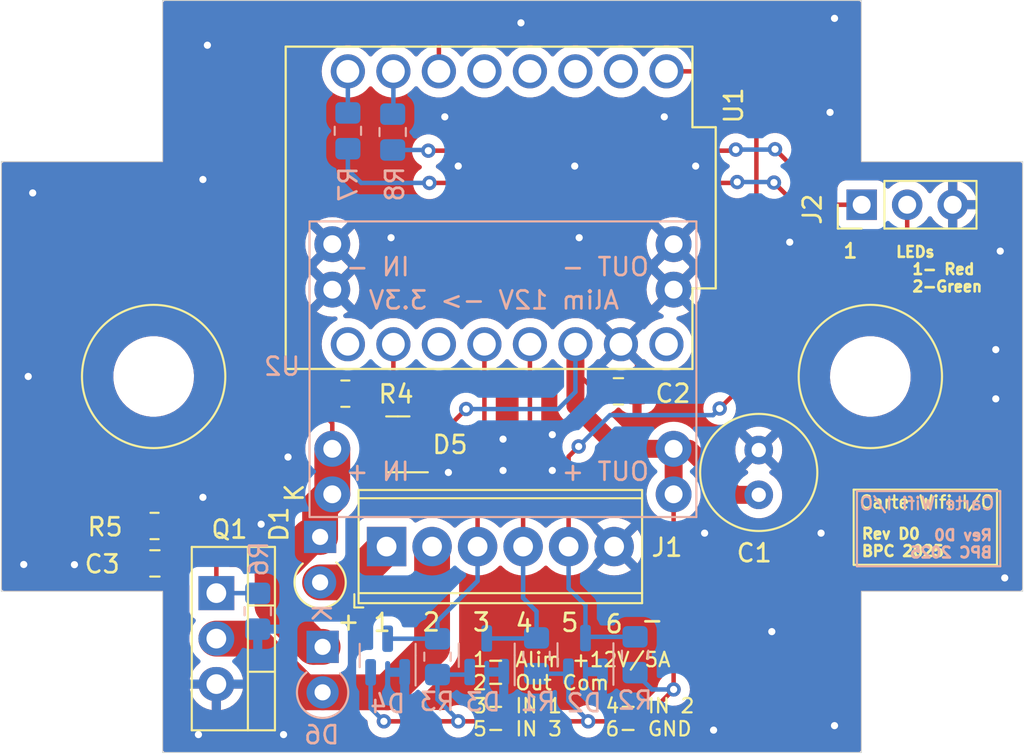
<source format=kicad_pcb>
(kicad_pcb (version 20221018) (generator pcbnew)
  (title_block (title "Carte Wifi I/O") (date "2025-04-16") (rev "Rev D0") (company "BPC") (comment 2 "ESP32 C3 super mini") (comment 3 "Alim 12V (mesurée) - 2 LEDs") (comment 4 "1 sortie 12V collecteur ouvert - 3 entrées TOR"))
  (layers (0 "F.Cu" signal) (31 "B.Cu" signal) (34 "B.Paste" user) (35 "F.Paste" user) (36 "B.SilkS" user "B.Silkscreen") (37 "F.SilkS" user "F.Silkscreen") (38 "B.Mask" user) (39 "F.Mask" user) (44 "Edge.Cuts" user))
  (net 0 "")
  (net 1 "IN_1")
  (net 2 "Net-(Q1-G)")
  (net 3 "+12V")
  (net 4 "IN_2")
  (net 5 "CMD_OUT_12V")
  (net 6 "Net-(D1-A)")
  (net 7 "Net-(J2-Pin_2)")
  (net 8 "Net-(J2-Pin_1)")
  (net 9 "GND")
  (net 10 "IN_3")
  (net 11 "POW_MES")
  (net 12 "LED_ROUGE")
  (net 13 "LED_VERTE")
  (net 14 "OUT_12V_COM")
  (net 16 "+3V3")
  (footprint "TerminalBlock_Phoenix:TerminalBlock_Phoenix_MPT-0,5-6-2.54_1x06_P2.54mm_Horizontal" (layer "F.Cu") (at 143.5 119)
    (fp_text reference "J1" (at 15.65 0.05) (layer "F.SilkS"))
    (fp_text value "Connecteur")
    (fp_line (start -1.8 2.66) (end -1.8 3.4) (stroke (width 0.12)) (layer "F.SilkS"))
    (fp_line (start -1.8 3.4) (end -1.3 3.4) (stroke (width 0.12)) (layer "F.SilkS"))
    (fp_line (start -1.56 -3.16) (end -1.56 3.16) (stroke (width 0.12)) (layer "F.SilkS"))
    (fp_line (start -1.56 -3.16) (end 14.26 -3.16) (stroke (width 0.12)) (layer "F.SilkS"))
    (fp_line (start -1.56 -2.7) (end 14.26 -2.7) (stroke (width 0.12)) (layer "F.SilkS"))
    (fp_line (start -1.56 2.6) (end 14.26 2.6) (stroke (width 0.12)) (layer "F.SilkS"))
    (fp_line (start -1.56 3.16) (end 14.26 3.16) (stroke (width 0.12)) (layer "F.SilkS"))
    (fp_line (start 14.26 -3.16) (end 14.26 3.16) (stroke (width 0.12)) (layer "F.SilkS"))
    (pad "1" thru_hole rect (at 0 0) (size 2.2 2.2) (drill 1.1) (layers "*.Cu" "*.Mask") (net 6 "Net-(D1-A)"))
    (pad "2" thru_hole circle (at 2.54 0) (size 2.2 2.2) (drill 1.1) (layers "*.Cu" "*.Mask") (net 14 "OUT_12V_COM"))
    (pad "3" thru_hole circle (at 5.08 0) (size 2.2 2.2) (drill 1.1) (layers "*.Cu" "*.Mask") (net 1 "IN_1"))
    (pad "4" thru_hole circle (at 7.62 0) (size 2.2 2.2) (drill 1.1) (layers "*.Cu" "*.Mask") (net 4 "IN_2"))
    (pad "5" thru_hole circle (at 10.16 0) (size 2.2 2.2) (drill 1.1) (layers "*.Cu" "*.Mask") (net 10 "IN_3"))
    (pad "6" thru_hole circle (at 12.7 0) (size 2.2 2.2) (drill 1.1) (layers "*.Cu" "*.Mask") (net 9 "GND"))
  )
  (footprint "Resistor_SMD:R_0805_2012Metric_Pad1.20x1.40mm_HandSolder" (layer "F.Cu") (at 141.2 110.46 180)
    (fp_text reference "R4" (at -2.83 -0.03) (layer "F.SilkS"))
    (fp_text value "1,2M")
    (fp_line (start -0.227064 -0.735) (end 0.227064 -0.735) (stroke (width 0.12)) (layer "F.SilkS"))
    (fp_line (start -0.227064 0.735) (end 0.227064 0.735) (stroke (width 0.12)) (layer "F.SilkS"))
    (pad "1" smd roundrect (at -1 0 180) (size 1.2 1.4) (layers "F.Cu" "F.Paste" "F.Mask") (roundrect_rratio 0.208333) (net 11 "POW_MES"))
    (pad "2" smd roundrect (at 1 0 180) (size 1.2 1.4) (layers "F.Cu" "F.Paste" "F.Mask") (roundrect_rratio 0.208333) (net 3 "+12V"))
  )
  (footprint "Capacitor_SMD:C_0805_2012Metric_Pad1.18x1.45mm_HandSolder" (layer "F.Cu") (at 156.44 110.33)
    (fp_text reference "C2" (at 3.04 0.12) (layer "F.SilkS"))
    (fp_text value "100n")
    (fp_line (start -0.261252 -0.735) (end 0.261252 -0.735) (stroke (width 0.12)) (layer "F.SilkS"))
    (fp_line (start -0.261252 0.735) (end 0.261252 0.735) (stroke (width 0.12)) (layer "F.SilkS"))
    (pad "1" smd roundrect (at -1.0375 0) (size 1.175 1.45) (layers "F.Cu" "F.Paste" "F.Mask") (roundrect_rratio 0.212766) (net 16 "+3V3"))
    (pad "2" smd roundrect (at 1.0375 0) (size 1.175 1.45) (layers "F.Cu" "F.Paste" "F.Mask") (roundrect_rratio 0.212766) (net 9 "GND"))
  )
  (footprint "Capacitor_THT:C_Radial_D6.3mm_H7.0mm_P2.50mm" (layer "F.Cu") (at 164.27 116.11 90)
    (fp_text reference "C1" (at -3.25 -0.25) (layer "F.SilkS"))
    (fp_text value "20µF")
    (fp_circle (center 1.25 0) (end 4.52 0) (stroke (width 0.12)) (fill none) (layer "F.SilkS"))
    (pad "1" thru_hole circle (at 0 0 90) (size 1.6 1.6) (drill 0.8) (layers "*.Cu" "*.Mask") (net 16 "+3V3"))
    (pad "2" thru_hole circle (at 2.5 0 90) (size 1.6 1.6) (drill 0.8) (layers "*.Cu" "*.Mask") (net 9 "GND"))
  )
  (footprint "Package_TO_SOT_THT:TO-220-3_Vertical" (layer "F.Cu") (at 134 121.6 -90)
    (fp_text reference "Q1" (at -3.56 -0.73) (layer "F.SilkS"))
    (fp_text value "BPC_IPP034N03L")
    (fp_line (start -2.58 -3.27) (end -2.58 1.371) (stroke (width 0.12)) (layer "F.SilkS"))
    (fp_line (start -2.58 -3.27) (end 7.66 -3.27) (stroke (width 0.12)) (layer "F.SilkS"))
    (fp_line (start -2.58 -1.76) (end 7.66 -1.76) (stroke (width 0.12)) (layer "F.SilkS"))
    (fp_line (start -2.58 1.371) (end 7.66 1.371) (stroke (width 0.12)) (layer "F.SilkS"))
    (fp_line (start 0.69 -3.27) (end 0.69 -1.76) (stroke (width 0.12)) (layer "F.SilkS"))
    (fp_line (start 4.391 -3.27) (end 4.391 -1.76) (stroke (width 0.12)) (layer "F.SilkS"))
    (fp_line (start 7.66 -3.27) (end 7.66 1.371) (stroke (width 0.12)) (layer "F.SilkS"))
    (pad "1" thru_hole rect (at 0 0 270) (size 1.905 2) (drill 1.1) (layers "*.Cu" "*.Mask") (net 2 "Net-(Q1-G)"))
    (pad "2" thru_hole oval (at 2.54 0 270) (size 1.905 2) (drill 1.1) (layers "*.Cu" "*.Mask") (net 14 "OUT_12V_COM"))
    (pad "3" thru_hole oval (at 5.08 0 270) (size 1.905 2) (drill 1.1) (layers "*.Cu" "*.Mask") (net 9 "GND"))
  )
  (footprint "Connector_PinHeader_2.54mm:PinHeader_1x03_P2.54mm_Vertical" (layer "F.Cu") (at 170.015 99.91 90)
    (fp_text reference "J2" (at -0.25 -2.75 90) (layer "F.SilkS"))
    (fp_text value "LEDs")
    (fp_line (start -1.33 -1.33) (end 0 -1.33) (stroke (width 0.12)) (layer "F.SilkS"))
    (fp_line (start -1.33 0) (end -1.33 -1.33) (stroke (width 0.12)) (layer "F.SilkS"))
    (fp_line (start -1.33 1.27) (end -1.33 6.41) (stroke (width 0.12)) (layer "F.SilkS"))
    (fp_line (start -1.33 1.27) (end 1.33 1.27) (stroke (width 0.12)) (layer "F.SilkS"))
    (fp_line (start -1.33 6.41) (end 1.33 6.41) (stroke (width 0.12)) (layer "F.SilkS"))
    (fp_line (start 1.33 1.27) (end 1.33 6.41) (stroke (width 0.12)) (layer "F.SilkS"))
    (pad "1" thru_hole rect (at 0 0 90) (size 1.7 1.7) (drill 1) (layers "*.Cu" "*.Mask") (net 8 "Net-(J2-Pin_1)"))
    (pad "2" thru_hole oval (at 0 2.54 90) (size 1.7 1.7) (drill 1) (layers "*.Cu" "*.Mask") (net 7 "Net-(J2-Pin_2)"))
    (pad "3" thru_hole oval (at 0 5.08 90) (size 1.7 1.7) (drill 1) (layers "*.Cu" "*.Mask") (net 9 "GND"))
  )
  (footprint "bpc:BPC_ESP32-C3_SUPERMINI" (layer "F.Cu") (at 149.22 100.08 -90)
    (fp_text reference "U1" (at -5.715 -13.6525 90) (layer "F.SilkS"))
    (fp_text value "ESP32-C3_SUPERMINI_TH")
    (fp_line (start -9 11.35) (end -9 -11.35) (stroke (width 0.127)) (layer "F.SilkS"))
    (fp_line (start -4.5 -12.65) (end -4.5 -11.35) (stroke (width 0.127)) (layer "F.SilkS"))
    (fp_line (start -4.5 -11.35) (end -9 -11.35) (stroke (width 0.127)) (layer "F.SilkS"))
    (fp_line (start 4.5 -12.65) (end -4.5 -12.65) (stroke (width 0.127)) (layer "F.SilkS"))
    (fp_line (start 4.5 -12.65) (end 4.5 -11.35) (stroke (width 0.127)) (layer "F.SilkS"))
    (fp_line (start 9 -11.35) (end 4.5 -11.35) (stroke (width 0.127)) (layer "F.SilkS"))
    (fp_line (start 9 11.35) (end -9 11.35) (stroke (width 0.127)) (layer "F.SilkS"))
    (fp_line (start 9 11.35) (end 9 -11.35) (stroke (width 0.127)) (layer "F.SilkS"))
    (pad "0" thru_hole circle (at 7.62 7.88 270) (size 1.905 1.905) (drill 1.27) (layers "*.Cu" "*.Mask"))
    (pad "1" thru_hole circle (at 7.62 5.34 270) (size 1.905 1.905) (drill 1.27) (layers "*.Cu" "*.Mask") (net 11 "POW_MES"))
    (pad "2" thru_hole circle (at 7.62 2.8 270) (size 1.905 1.905) (drill 1.27) (layers "*.Cu" "*.Mask"))
    (pad "3" thru_hole circle (at 7.62 0.26 270) (size 1.905 1.905) (drill 1.27) (layers "*.Cu" "*.Mask") (net 1 "IN_1"))
    (pad "3.3" thru_hole circle (at 7.62 -4.82 270) (size 1.905 1.905) (drill 1.27) (layers "*.Cu" "*.Mask") (net 16 "+3V3"))
    (pad "4" thru_hole circle (at 7.62 -2.28 270) (size 1.905 1.905) (drill 1.27) (layers "*.Cu" "*.Mask") (net 4 "IN_2"))
    (pad "5" thru_hole circle (at -7.62 -9.9 270) (size 1.905 1.905) (drill 1.27) (layers "*.Cu" "*.Mask") (net 10 "IN_3"))
    (pad "5V" thru_hole circle (at 7.62 -9.9 270) (size 1.905 1.905) (drill 1.27) (layers "*.Cu" "*.Mask"))
    (pad "6" thru_hole circle (at -7.62 -7.36 270) (size 1.905 1.905) (drill 1.27) (layers "*.Cu" "*.Mask"))
    (pad "7" thru_hole circle (at -7.62 -4.82 270) (size 1.905 1.905) (drill 1.27) (layers "*.Cu" "*.Mask"))
    (pad "8" thru_hole circle (at -7.62 -2.28 270) (size 1.905 1.905) (drill 1.27) (layers "*.Cu" "*.Mask"))
    (pad "9" thru_hole circle (at -7.62 0.26 270) (size 1.905 1.905) (drill 1.27) (layers "*.Cu" "*.Mask"))
    (pad "10" thru_hole circle (at -7.62 2.8 270) (size 1.905 1.905) (drill 1.27) (layers "*.Cu" "*.Mask") (net 5 "CMD_OUT_12V"))
    (pad "20" thru_hole circle (at -7.62 5.34 270) (size 1.905 1.905) (drill 1.27) (layers "*.Cu" "*.Mask") (net 12 "LED_ROUGE"))
    (pad "21" thru_hole circle (at -7.62 7.88 270) (size 1.905 1.905) (drill 1.27) (layers "*.Cu" "*.Mask") (net 13 "LED_VERTE"))
    (pad "G" thru_hole circle (at 7.62 -7.36 270) (size 1.905 1.905) (drill 1.27) (layers "*.Cu" "*.Mask") (net 9 "GND"))
  )
  (footprint "bpc:BPC_Trou4mm_Fixation" (layer "F.Cu") (at 170.5 109.5)
    (fp_text reference "X1" hide)
    (fp_text value "Trou")
    (fp_circle (center 0 0) (end 4 0) (stroke (width 0.12)) (fill none) (layer "F.SilkS"))
    (pad "" np_thru_hole circle locked (at 0 0) (size 4 4) (drill 4) (layers "*.Cu" "*.Mask"))
  )
  (footprint "Capacitor_SMD:C_0805_2012Metric_Pad1.18x1.45mm_HandSolder" (layer "F.Cu") (at 130.57 119.94 180)
    (fp_text reference "C3" (at 2.94 -0.04) (layer "F.SilkS"))
    (fp_text value "100n")
    (fp_line (start -0.261252 -0.735) (end 0.261252 -0.735) (stroke (width 0.12)) (layer "F.SilkS"))
    (fp_line (start -0.261252 0.735) (end 0.261252 0.735) (stroke (width 0.12)) (layer "F.SilkS"))
    (pad "1" smd roundrect (at -1.0375 0 180) (size 1.175 1.45) (layers "F.Cu" "F.Paste" "F.Mask") (roundrect_rratio 0.212766) (net 2 "Net-(Q1-G)"))
    (pad "2" smd roundrect (at 1.0375 0 180) (size 1.175 1.45) (layers "F.Cu" "F.Paste" "F.Mask") (roundrect_rratio 0.212766) (net 9 "GND"))
  )
  (footprint "Resistor_SMD:R_0805_2012Metric_Pad1.20x1.40mm_HandSolder" (layer "F.Cu") (at 130.55 117.85 180)
    (fp_text reference "R5" (at 2.76 -0.06) (layer "F.SilkS"))
    (fp_text value "50")
    (fp_line (start -0.227064 -0.735) (end 0.227064 -0.735) (stroke (width 0.12)) (layer "F.SilkS"))
    (fp_line (start -0.227064 0.735) (end 0.227064 0.735) (stroke (width 0.12)) (layer "F.SilkS"))
    (pad "1" smd roundrect (at -1 0 180) (size 1.2 1.4) (layers "F.Cu" "F.Paste" "F.Mask") (roundrect_rratio 0.208333) (net 2 "Net-(Q1-G)"))
    (pad "2" smd roundrect (at 1 0 180) (size 1.2 1.4) (layers "F.Cu" "F.Paste" "F.Mask") (roundrect_rratio 0.208333) (net 5 "CMD_OUT_12V"))
  )
  (footprint "bpc:BPC_Trou4mm_Fixation" (layer "F.Cu") (at 130.5 109.5)
    (fp_text reference "X2" hide)
    (fp_text value "Trou")
    (fp_circle (center 0 0) (end 4 0) (stroke (width 0.12)) (fill none) (layer "F.SilkS"))
    (pad "" np_thru_hole circle locked (at 0 0) (size 4 4) (drill 4) (layers "*.Cu" "*.Mask"))
  )
  (footprint "Package_TO_SOT_SMD:SOT-23" (layer "F.Cu") (at 144.1275 113.29 180)
    (fp_text reference "D5" (at -2.9125 -0.02) (layer "F.SilkS"))
    (fp_text value "BAV99")
    (fp_line (start 0 -1.56) (end -1.675 -1.56) (stroke (width 0.12)) (layer "F.SilkS"))
    (fp_line (start 0 -1.56) (end 0.65 -1.56) (stroke (width 0.12)) (layer "F.SilkS"))
    (fp_line (start 0 1.56) (end -0.65 1.56) (stroke (width 0.12)) (layer "F.SilkS"))
    (fp_line (start 0 1.56) (end 0.65 1.56) (stroke (width 0.12)) (layer "F.SilkS"))
    (pad "1" smd roundrect (at -0.9375 -0.95 180) (size 1.475 0.6) (layers "F.Cu" "F.Paste" "F.Mask") (net 9 "GND"))
    (pad "2" smd roundrect (at -0.9375 0.95 180) (size 1.475 0.6) (layers "F.Cu" "F.Paste" "F.Mask") (net 16 "+3V3"))
    (pad "3" smd roundrect (at 0.9375 0 180) (size 1.475 0.6) (layers "F.Cu" "F.Paste" "F.Mask") (net 11 "POW_MES"))
  )
  (footprint "Diode_THT:D_A-405_P2.54mm_Vertical_KathodeUp" (layer "F.Cu") (at 139.79 118.46 -90)
    (fp_text reference "D1" (at -0.71 2.29 90) (layer "F.SilkS"))
    (fp_text value "D")
    (fp_text user "K" (at -2.46 1.43 90) (layer "F.SilkS"))
    (fp_arc (start 1.426761 -0.9) (mid 3.970816 -0.045469) (end 1.48615 0.968866) (stroke (width 0.12)) (layer "F.SilkS"))
    (pad "1" thru_hole rect (at 0 0 270) (size 1.8 1.8) (drill 0.9) (layers "*.Cu" "*.Mask") (net 3 "+12V"))
    (pad "2" thru_hole oval (at 2.54 0 270) (size 1.8 1.8) (drill 0.9) (layers "*.Cu" "*.Mask") (net 6 "Net-(D1-A)"))
  )
  (footprint "Resistor_SMD:R_0805_2012Metric_Pad1.20x1.40mm_HandSolder" (layer "B.Cu") (at 157.37 125.04 -90)
    (fp_text reference "R2" (at 2.55 0.01) (layer "B.SilkS") (effects (justify mirror)))
    (fp_text value "100k")
    (fp_line (start -0.227064 -0.735) (end 0.227064 -0.735) (stroke (width 0.12)) (layer "B.SilkS"))
    (fp_line (start -0.227064 0.735) (end 0.227064 0.735) (stroke (width 0.12)) (layer "B.SilkS"))
    (pad "1" smd roundrect (at -1 0 270) (size 1.2 1.4) (layers "B.Cu" "B.Paste" "B.Mask") (roundrect_rratio 0.208333) (net 10 "IN_3"))
    (pad "2" smd roundrect (at 1 0 270) (size 1.2 1.4) (layers "B.Cu" "B.Paste" "B.Mask") (roundrect_rratio 0.208333) (net 16 "+3V3"))
  )
  (footprint "Package_TO_SOT_SMD:SOT-23" (layer "B.Cu") (at 143.56 125.0825 90)
    (fp_text reference "D4" (at -2.6975 0 -360) (layer "B.SilkS") (effects (justify mirror)))
    (fp_text value "BAV99")
    (fp_line (start 0 -1.56) (end -0.65 -1.56) (stroke (width 0.12)) (layer "B.SilkS"))
    (fp_line (start 0 -1.56) (end 0.65 -1.56) (stroke (width 0.12)) (layer "B.SilkS"))
    (fp_line (start 0 1.56) (end -1.675 1.56) (stroke (width 0.12)) (layer "B.SilkS"))
    (fp_line (start 0 1.56) (end 0.65 1.56) (stroke (width 0.12)) (layer "B.SilkS"))
    (pad "1" smd roundrect (at -0.9375 0.95 90) (size 1.475 0.6) (layers "B.Cu" "B.Paste" "B.Mask") (net 9 "GND"))
    (pad "2" smd roundrect (at -0.9375 -0.95 90) (size 1.475 0.6) (layers "B.Cu" "B.Paste" "B.Mask") (net 16 "+3V3"))
    (pad "3" smd roundrect (at 0.9375 0 90) (size 1.475 0.6) (layers "B.Cu" "B.Paste" "B.Mask") (net 1 "IN_1"))
  )
  (footprint "Resistor_SMD:R_0805_2012Metric_Pad1.20x1.40mm_HandSolder" (layer "B.Cu") (at 141.34 95.78 90)
    (fp_text reference "R7" (at -2.98 0.02 90) (layer "B.SilkS") (effects (justify mirror)))
    (fp_text value "100")
    (fp_line (start -0.227064 -0.735) (end 0.227064 -0.735) (stroke (width 0.12)) (layer "B.SilkS"))
    (fp_line (start -0.227064 0.735) (end 0.227064 0.735) (stroke (width 0.12)) (layer "B.SilkS"))
    (pad "1" smd roundrect (at -1 0 90) (size 1.2 1.4) (layers "B.Cu" "B.Paste" "B.Mask") (roundrect_rratio 0.208333) (net 7 "Net-(J2-Pin_2)"))
    (pad "2" smd roundrect (at 1 0 90) (size 1.2 1.4) (layers "B.Cu" "B.Paste" "B.Mask") (roundrect_rratio 0.208333) (net 13 "LED_VERTE"))
  )
  (footprint "Resistor_SMD:R_0805_2012Metric_Pad1.20x1.40mm_HandSolder" (layer "B.Cu") (at 151.87 125.1 -90)
    (fp_text reference "R1" (at 2.565 -0.08) (layer "B.SilkS") (effects (justify mirror)))
    (fp_text value "100k")
    (fp_line (start -0.227064 -0.735) (end 0.227064 -0.735) (stroke (width 0.12)) (layer "B.SilkS"))
    (fp_line (start -0.227064 0.735) (end 0.227064 0.735) (stroke (width 0.12)) (layer "B.SilkS"))
    (pad "1" smd roundrect (at -1 0 270) (size 1.2 1.4) (layers "B.Cu" "B.Paste" "B.Mask") (roundrect_rratio 0.208333) (net 4 "IN_2"))
    (pad "2" smd roundrect (at 1 0 270) (size 1.2 1.4) (layers "B.Cu" "B.Paste" "B.Mask") (roundrect_rratio 0.208333) (net 16 "+3V3"))
  )
  (footprint "Resistor_SMD:R_0805_2012Metric_Pad1.20x1.40mm_HandSolder" (layer "B.Cu") (at 146.34 125.15 90)
    (fp_text reference "R3" (at -2.51 -0.02) (layer "B.SilkS") (effects (justify mirror)))
    (fp_text value "100k")
    (fp_line (start -0.227064 -0.735) (end 0.227064 -0.735) (stroke (width 0.12)) (layer "B.SilkS"))
    (fp_line (start -0.227064 0.735) (end 0.227064 0.735) (stroke (width 0.12)) (layer "B.SilkS"))
    (pad "1" smd roundrect (at -1 0 90) (size 1.2 1.4) (layers "B.Cu" "B.Paste" "B.Mask") (roundrect_rratio 0.208333) (net 16 "+3V3"))
    (pad "2" smd roundrect (at 1 0 90) (size 1.2 1.4) (layers "B.Cu" "B.Paste" "B.Mask") (roundrect_rratio 0.208333) (net 1 "IN_1"))
  )
  (footprint "Package_TO_SOT_SMD:SOT-23" (layer "B.Cu") (at 149.09 125.0675 90)
    (fp_text reference "D3" (at -2.6175 -0.21) (layer "B.SilkS") (effects (justify mirror)))
    (fp_text value "BAV99")
    (fp_line (start 0 -1.56) (end -0.65 -1.56) (stroke (width 0.12)) (layer "B.SilkS"))
    (fp_line (start 0 -1.56) (end 0.65 -1.56) (stroke (width 0.12)) (layer "B.SilkS"))
    (fp_line (start 0 1.56) (end -1.675 1.56) (stroke (width 0.12)) (layer "B.SilkS"))
    (fp_line (start 0 1.56) (end 0.65 1.56) (stroke (width 0.12)) (layer "B.SilkS"))
    (pad "1" smd roundrect (at -0.9375 0.95 90) (size 1.475 0.6) (layers "B.Cu" "B.Paste" "B.Mask") (net 9 "GND"))
    (pad "2" smd roundrect (at -0.9375 -0.95 90) (size 1.475 0.6) (layers "B.Cu" "B.Paste" "B.Mask") (net 16 "+3V3"))
    (pad "3" smd roundrect (at 0.9375 0 90) (size 1.475 0.6) (layers "B.Cu" "B.Paste" "B.Mask") (net 4 "IN_2"))
  )
  (footprint "Diode_THT:D_A-405_P2.54mm_Vertical_KathodeUp" (layer "B.Cu") (at 139.93 124.6 -90)
    (fp_text reference "D6" (at 4.92 0.05 -180) (layer "B.SilkS") (effects (justify mirror)))
    (fp_text value "D")
    (fp_text user "K" (at -1.9 0 90) (layer "B.SilkS") (effects (justify mirror)))
    (fp_arc (start 1.48615 -0.968866) (mid 3.970816 0.045469) (end 1.426761 0.9) (stroke (width 0.12)) (layer "B.SilkS"))
    (pad "1" thru_hole rect (at 0 0 270) (size 1.8 1.8) (drill 0.9) (layers "*.Cu" "*.Mask") (net 3 "+12V"))
    (pad "2" thru_hole oval (at 2.54 0 270) (size 1.8 1.8) (drill 0.9) (layers "*.Cu" "*.Mask") (net 14 "OUT_12V_COM"))
  )
  (footprint "Package_TO_SOT_SMD:SOT-23" (layer "B.Cu") (at 154.6 125.0475 90)
    (fp_text reference "D2" (at -2.6875 -0.08) (layer "B.SilkS") (effects (justify mirror)))
    (fp_text value "BAV99")
    (fp_line (start 0 -1.56) (end -0.65 -1.56) (stroke (width 0.12)) (layer "B.SilkS"))
    (fp_line (start 0 -1.56) (end 0.65 -1.56) (stroke (width 0.12)) (layer "B.SilkS"))
    (fp_line (start 0 1.56) (end -1.675 1.56) (stroke (width 0.12)) (layer "B.SilkS"))
    (fp_line (start 0 1.56) (end 0.65 1.56) (stroke (width 0.12)) (layer "B.SilkS"))
    (pad "1" smd roundrect (at -0.9375 0.95 90) (size 1.475 0.6) (layers "B.Cu" "B.Paste" "B.Mask") (net 9 "GND"))
    (pad "2" smd roundrect (at -0.9375 -0.95 90) (size 1.475 0.6) (layers "B.Cu" "B.Paste" "B.Mask") (net 16 "+3V3"))
    (pad "3" smd roundrect (at 0.9375 0 90) (size 1.475 0.6) (layers "B.Cu" "B.Paste" "B.Mask") (net 10 "IN_3"))
  )
  (footprint "Resistor_SMD:R_0805_2012Metric_Pad1.20x1.40mm_HandSolder" (layer "B.Cu") (at 143.84 95.85 90)
    (fp_text reference "R8" (at -2.9 0.12 270) (layer "B.SilkS") (effects (justify mirror)))
    (fp_text value "100")
    (fp_line (start -0.227064 -0.735) (end 0.227064 -0.735) (stroke (width 0.12)) (layer "B.SilkS"))
    (fp_line (start -0.227064 0.735) (end 0.227064 0.735) (stroke (width 0.12)) (layer "B.SilkS"))
    (pad "1" smd roundrect (at -1 0 90) (size 1.2 1.4) (layers "B.Cu" "B.Paste" "B.Mask") (roundrect_rratio 0.208333) (net 8 "Net-(J2-Pin_1)"))
    (pad "2" smd roundrect (at 1 0 90) (size 1.2 1.4) (layers "B.Cu" "B.Paste" "B.Mask") (roundrect_rratio 0.208333) (net 12 "LED_ROUGE"))
  )
  (footprint "bpc:BPC_Alim3_3V" (layer "B.Cu") (at 140.47 116.08)
    (fp_text reference "U2" (at -2.8 -7.14) (layer "B.SilkS") (effects (justify mirror)))
    (fp_text value "BPC_Alim3_3V" hide)
    (fp_text user "IN +" (at 2.54 -1.27) (layer "B.SilkS") (effects (justify mirror)))
    (fp_text user "IN -" (at 2.54 -12.7) (layer "B.SilkS") (effects (justify mirror)))
    (fp_text user "OUT +" (at 15.24 -1.27) (layer "B.SilkS") (effects (justify mirror)))
    (fp_text user "Alim 12V -> 3.3V" (at 9.02 -10.84) (layer "B.SilkS") (effects (justify mirror)))
    (fp_text user "OUT -" (at 15.24 -12.7) (layer "B.SilkS") (effects (justify mirror)))
    (fp_line (start -1.27 1.27) (end -1.27 -15.24) (stroke (width 0.12)) (layer "B.SilkS"))
    (fp_line (start -1.27 1.27) (end 20.32 1.27) (stroke (width 0.12)) (layer "B.SilkS"))
    (fp_line (start 20.32 -15.24) (end -1.27 -15.24) (stroke (width 0.12)) (layer "B.SilkS"))
    (fp_line (start 20.32 -15.24) (end 20.32 1.27) (stroke (width 0.12)) (layer "B.SilkS"))
    (pad "1" thru_hole circle (at 0 0) (size 2 2) (drill 1) (layers "*.Cu" "*.Mask") (net 3 "+12V"))
    (pad "2" thru_hole circle (at 0 -2.54) (size 2 2) (drill 1) (layers "*.Cu" "*.Mask") (net 3 "+12V"))
    (pad "3" thru_hole circle (at 0 -11.43) (size 2 2) (drill 1) (layers "*.Cu" "*.Mask") (net 9 "GND"))
    (pad "4" thru_hole circle (at 0 -13.97) (size 2 2) (drill 1) (layers "*.Cu" "*.Mask") (net 9 "GND"))
    (pad "5" thru_hole circle (at 19.05 -13.97) (size 2 2) (drill 1) (layers "*.Cu" "*.Mask") (net 9 "GND"))
    (pad "6" thru_hole circle (at 19.05 -11.43) (size 2 2) (drill 1) (layers "*.Cu" "*.Mask") (net 9 "GND"))
    (pad "7" thru_hole circle (at 19.05 -2.54) (size 2 2) (drill 1) (layers "*.Cu" "*.Mask") (net 16 "+3V3"))
    (pad "8" thru_hole circle (at 19.05 0) (size 2 2) (drill 1) (layers "*.Cu" "*.Mask") (net 16 "+3V3"))
  )
  (footprint "Resistor_SMD:R_0805_2012Metric_Pad1.20x1.40mm_HandSolder" (layer "B.Cu") (at 136.31 122.61 -90)
    (fp_text reference "R6" (at -2.92 -0.06 90) (layer "B.SilkS") (effects (justify mirror)))
    (fp_text value "100k")
    (fp_line (start -0.227064 -0.735) (end 0.227064 -0.735) (stroke (width 0.12)) (layer "B.SilkS"))
    (fp_line (start -0.227064 0.735) (end 0.227064 0.735) (stroke (width 0.12)) (layer "B.SilkS"))
    (pad "1" smd roundrect (at -1 0 270) (size 1.2 1.4) (layers "B.Cu" "B.Paste" "B.Mask") (roundrect_rratio 0.208333) (net 2 "Net-(Q1-G)"))
    (pad "2" smd roundrect (at 1 0 270) (size 1.2 1.4) (layers "B.Cu" "B.Paste" "B.Mask") (roundrect_rratio 0.208333) (net 9 "GND"))
  )
  (gr_line (start 169.75 120.1) (end 177.75 120.1) (stroke (width 0.12)) (layer "B.SilkS"))
  (gr_line (start 177.75 120.1) (end 177.75 115.9) (stroke (width 0.12)) (layer "B.SilkS"))
  (gr_line (start 177.75 115.9) (end 169.75 115.9) (stroke (width 0.12)) (layer "B.SilkS"))
  (gr_line (start 169.75 120.1) (end 169.75 115.9) (stroke (width 0.12)) (layer "B.SilkS"))
  (gr_line (start 177.57 115.82) (end 177.57 120.02) (stroke (width 0.12)) (layer "F.SilkS"))
  (gr_line (start 177.57 115.82) (end 169.57 115.82) (stroke (width 0.12)) (layer "F.SilkS"))
  (gr_line (start 169.57 120.02) (end 177.57 120.02) (stroke (width 0.12)) (layer "F.SilkS"))
  (gr_line (start 169.57 115.82) (end 169.57 120.02) (stroke (width 0.12)) (layer "F.SilkS"))
  (gr_line (start 131 88.5) (end 170 88.5) (stroke (width 0.05)) (layer "Edge.Cuts"))
  (gr_line (start 170 88.5) (end 170 97.5) (stroke (width 0.05)) (layer "Edge.Cuts"))
  (gr_line (start 122 97.5) (end 122 121.5) (stroke (width 0.05)) (layer "Edge.Cuts"))
  (gr_line (start 179 97.5) (end 179 121.5) (stroke (width 0.05)) (layer "Edge.Cuts"))
  (gr_line (start 131 97.5) (end 131 88.5) (stroke (width 0.05)) (layer "Edge.Cuts"))
  (gr_line (start 122 97.5) (end 131 97.5) (stroke (width 0.05)) (layer "Edge.Cuts"))
  (gr_line (start 131 121.5) (end 131 130.5) (stroke (width 0.05)) (layer "Edge.Cuts"))
  (gr_line (start 170 121.5) (end 179 121.5) (stroke (width 0.05)) (layer "Edge.Cuts"))
  (gr_line (start 170 130.5) (end 170 121.5) (stroke (width 0.05)) (layer "Edge.Cuts"))
  (gr_line (start 131 130.5) (end 170 130.5) (stroke (width 0.05)) (layer "Edge.Cuts"))
  (gr_line (start 170 97.5) (end 179 97.5) (stroke (width 0.05)) (layer "Edge.Cuts"))
  (gr_line (start 122 121.5) (end 131 121.5) (stroke (width 0.05)) (layer "Edge.Cuts"))
  (gr_text "Carte Wifi I/O" (at 177.5 116.6) (layer "B.SilkS") (effects (font (size 0.7 0.7) (thickness 0.125)) (justify left mirror)))
  (gr_text "Rev D0\nBPC 2025" (at 177.375 118.85) (layer "B.SilkS") (effects (font (size 0.6 0.6)) (justify left mirror)))
  (gr_text "6" (at 156.2 123.325) (layer "F.SilkS") (effects (font (size 1 1))))
  (gr_text "Carte Wifi I/O" (at 169.82 116.52) (layer "F.SilkS") (effects (font (size 0.7 0.7) (thickness 0.125)) (justify left)))
  (gr_text "5" (at 153.725 123.25) (layer "F.SilkS") (effects (font (size 1 1))))
  (gr_text "+" (at 141.375 123.175) (layer "F.SilkS") (effects (font (size 1 1))))
  (gr_text "2" (at 146 123.225) (layer "F.SilkS") (effects (font (size 1 1))))
  (gr_text "-" (at 158.325 123.1) (layer "F.SilkS") (effects (font (size 1 1))))
  (gr_text "1" (at 143.25 123.25) (layer "F.SilkS") (effects (font (size 1 1))))
  (gr_text "3" (at 148.8 123.225) (layer "F.SilkS") (effects (font (size 1 1))))
  (gr_text "4" (at 151.175 123.275) (layer "F.SilkS") (effects (font (size 1 1))))
  (gr_text "1- Alim +12V/5A\n2- Out Com\n3- IN 1    4- IN 2\n5- IN 3    6- GND" (at 148.25 127.25) (layer "F.SilkS") (effects (font (size 0.8 0.8) (thickness 0.125)) (justify left)))
  (gr_text "1" (at 169.385 102.49) (layer "F.SilkS") (effects (font (size 0.8 0.8))))
  (gr_text "Rev D0\nBPC 2025" (at 169.945 118.77) (layer "F.SilkS") (effects (font (size 0.6 0.6)) (justify left)))
  (gr_text "LEDs\n  1- Red\n  2-Green" (at 171.855 103.51) (layer "F.SilkS") (effects (font (size 0.6 0.6)) (justify left)))
  (segment (start 148.96 113.78) (end 148.96 107.7) (width 0.25) (layer "F.Cu") (net 1))
  (segment (start 148.58 119) (end 148.58 114.16) (width 0.25) (layer "F.Cu") (net 1))
  (segment (start 148.58 114.16) (end 148.96 113.78) (width 0.25) (layer "F.Cu") (net 1))
  (segment (start 143.56 124.145) (end 146.335 124.145) (width 0.25) (layer "B.Cu") (net 1))
  (segment (start 146.335 124.145) (end 146.34 124.15) (width 0.25) (layer "B.Cu") (net 1))
  (segment (start 148.58 119) (end 148.58 120.92) (width 0.25) (layer "B.Cu") (net 1))
  (segment (start 148.58 120.92) (end 146.34 123.16) (width 0.25) (layer "B.Cu") (net 1))
  (segment (start 146.34 123.16) (end 146.34 124.15) (width 0.25) (layer "B.Cu") (net 1))
  (segment (start 132.99 117.85) (end 131.55 117.85) (width 0.25) (layer "F.Cu") (net 2))
  (segment (start 131.55 119.8825) (end 131.6075 119.94) (width 0.25) (layer "F.Cu") (net 2))
  (segment (start 131.55 117.85) (end 131.55 119.8825) (width 0.25) (layer "F.Cu") (net 2))
  (segment (start 134 121.6) (end 134 118.86) (width 0.25) (layer "F.Cu") (net 2))
  (segment (start 134 118.86) (end 132.99 117.85) (width 0.25) (layer "F.Cu") (net 2))
  (segment (start 134 121.6) (end 136.3 121.6) (width 0.25) (layer "B.Cu") (net 2))
  (segment (start 136.3 121.6) (end 136.31 121.61) (width 0.25) (layer "B.Cu") (net 2))
  (segment (start 139.42 124.6) (end 137.14 122.32) (width 2) (layer "F.Cu") (net 3))
  (segment (start 140.2 110.46) (end 140.2 111.84) (width 0.25) (layer "F.Cu") (net 3))
  (segment (start 137.14 120.53873) (end 139.21873 118.46) (width 2) (layer "F.Cu") (net 3))
  (segment (start 139.21873 118.46) (end 139.79 118.46) (width 2) (layer "F.Cu") (net 3))
  (segment (start 139.79 116.76) (end 140.47 116.08) (width 2) (layer "F.Cu") (net 3))
  (segment (start 139.93 124.6) (end 139.42 124.6) (width 2) (layer "F.Cu") (net 3))
  (segment (start 137.14 122.32) (end 137.14 120.53873) (width 2) (layer "F.Cu") (net 3))
  (segment (start 140.2 111.84) (end 140.47 112.11) (width 0.25) (layer "F.Cu") (net 3))
  (segment (start 139.79 118.46) (end 139.79 116.76) (width 2) (layer "F.Cu") (net 3))
  (segment (start 140.47 112.11) (end 140.47 113.54) (width 0.25) (layer "F.Cu") (net 3))
  (segment (start 140.47 113.54) (end 140.47 116.08) (width 2) (layer "F.Cu") (net 3))
  (segment (start 151.5 113.32) (end 151.5 107.7) (width 0.25) (layer "F.Cu") (net 4))
  (segment (start 151.12 113.7) (end 151.5 113.32) (width 0.25) (layer "F.Cu") (net 4))
  (segment (start 151.12 119) (end 151.12 113.7) (width 0.25) (layer "F.Cu") (net 4))
  (segment (start 151.84 124.13) (end 151.87 124.1) (width 0.25) (layer "B.Cu") (net 4))
  (segment (start 149.09 124.13) (end 151.84 124.13) (width 0.25) (layer "B.Cu") (net 4))
  (segment (start 151.12 121.87) (end 151.12 119) (width 0.25) (layer "B.Cu") (net 4))
  (segment (start 151.87 124.1) (end 151.87 122.62) (width 0.25) (layer "B.Cu") (net 4))
  (segment (start 151.87 122.62) (end 151.12 121.87) (width 0.25) (layer "B.Cu") (net 4))
  (segment (start 129.55 117.85) (end 129.56 117.84) (width 0.25) (layer "F.Cu") (net 5))
  (segment (start 145.41 89.81) (end 146.42 90.82) (width 0.25) (layer "F.Cu") (net 5))
  (segment (start 146.42 90.82) (end 146.42 92.46) (width 0.25) (layer "F.Cu") (net 5))
  (segment (start 140.54 89.81) (end 145.41 89.81) (width 0.25) (layer "F.Cu") (net 5))
  (segment (start 129.56 117.84) (end 129.56 116.02) (width 0.25) (layer "F.Cu") (net 5))
  (segment (start 137.67 92.68) (end 140.54 89.81) (width 0.25) (layer "F.Cu") (net 5))
  (segment (start 134.65 114.64) (end 137.67 111.62) (width 0.25) (layer "F.Cu") (net 5))
  (segment (start 129.56 116.02) (end 130.94 114.64) (width 0.25) (layer "F.Cu") (net 5))
  (segment (start 130.94 114.64) (end 134.65 114.64) (width 0.25) (layer "F.Cu") (net 5))
  (segment (start 137.67 111.62) (end 137.67 92.68) (width 0.25) (layer "F.Cu") (net 5))
  (segment (start 141.5 121) (end 143.5 119) (width 2) (layer "F.Cu") (net 6))
  (segment (start 139.79 121) (end 141.5 121) (width 2) (layer "F.Cu") (net 6))
  (segment (start 145.89 98.69) (end 163.02 98.69) (width 0.25) (layer "F.Cu") (net 7))
  (segment (start 172.555 101.365) (end 172.555 99.91) (width 0.25) (layer "F.Cu") (net 7))
  (segment (start 168.75 102.3) (end 171.62 102.3) (width 0.25) (layer "F.Cu") (net 7))
  (segment (start 163.02 98.69) (end 163.07 98.64) (width 0.25) (layer "F.Cu") (net 7))
  (segment (start 165.12 98.67) (end 168.75 102.3) (width 0.25) (layer "F.Cu") (net 7))
  (segment (start 171.62 102.3) (end 172.555 101.365) (width 0.25) (layer "F.Cu") (net 7))
  (via (at 163.07 98.64) (size 0.8) (drill 0.4) (layers "F.Cu" "B.Cu") (net 7))
  (via (at 165.12 98.67) (size 0.8) (drill 0.4) (layers "F.Cu" "B.Cu") (net 7))
  (via (at 145.89 98.69) (size 0.8) (drill 0.4) (layers "F.Cu" "B.Cu") (net 7))
  (segment (start 165.09 98.64) (end 165.12 98.67) (width 0.25) (layer "B.Cu") (net 7))
  (segment (start 163.07 98.64) (end 165.09 98.64) (width 0.25) (layer "B.Cu") (net 7))
  (segment (start 142.08 98.69) (end 145.89 98.69) (width 0.25) (layer "B.Cu") (net 7))
  (segment (start 141.34 97.95) (end 142.08 98.69) (width 0.25) (layer "B.Cu") (net 7))
  (segment (start 141.34 96.78) (end 141.34 97.95) (width 0.25) (layer "B.Cu") (net 7))
  (segment (start 162.93 96.89) (end 162.99 96.83) (width 0.25) (layer "F.Cu") (net 8))
  (segment (start 165.18 96.81) (end 168.28 99.91) (width 0.25) (layer "F.Cu") (net 8))
  (segment (start 168.28 99.91) (end 170.015 99.91) (width 0.25) (layer "F.Cu") (net 8))
  (segment (start 145.83 96.89) (end 162.93 96.89) (width 0.25) (layer "F.Cu") (net 8))
  (via (at 145.83 96.89) (size 0.8) (drill 0.4) (layers "F.Cu" "B.Cu") (net 8))
  (via (at 162.99 96.83) (size 0.8) (drill 0.4) (layers "F.Cu" "B.Cu") (net 8))
  (via (at 165.18 96.81) (size 0.8) (drill 0.4) (layers "F.Cu" "B.Cu") (net 8))
  (segment (start 143.84 96.85) (end 145.79 96.85) (width 0.25) (layer "B.Cu") (net 8))
  (segment (start 162.99 96.83) (end 165.16 96.83) (width 0.25) (layer "B.Cu") (net 8))
  (segment (start 145.79 96.85) (end 145.83 96.89) (width 0.25) (layer "B.Cu") (net 8))
  (segment (start 165.16 96.83) (end 165.18 96.81) (width 0.25) (layer "B.Cu") (net 8))
  (segment (start 146.33 114.24) (end 146.95 114.86) (width 0.25) (layer "F.Cu") (net 9))
  (segment (start 145.065 114.24) (end 146.33 114.24) (width 0.25) (layer "F.Cu") (net 9))
  (segment (start 126.15 119.94) (end 126.08 120.01) (width 0.25) (layer "F.Cu") (net 9))
  (segment (start 157.4775 108.5975) (end 156.58 107.7) (width 0.25) (layer "F.Cu") (net 9))
  (segment (start 157.4775 110.33) (end 157.4775 108.5975) (width 0.25) (layer "F.Cu") (net 9))
  (segment (start 129.5325 119.94) (end 126.15 119.94) (width 0.25) (layer "F.Cu") (net 9))
  (via (at 123.25 120) (size 0.8) (drill 0.4) (layers "F.Cu" "B.Cu") (net 9))
  (via (at 151 89.75) (size 0.8) (drill 0.4) (layers "F.Cu" "B.Cu") (net 9))
  (via (at 177.75 102.5) (size 0.8) (drill 0.4) (layers "F.Cu" "B.Cu") (net 9))
  (via (at 126.08 120.01) (size 0.8) (drill 0.4) (layers "F.Cu" "B.Cu") (net 9))
  (via (at 168.5 89.5) (size 0.8) (drill 0.4) (layers "F.Cu" "B.Cu") (net 9))
  (via (at 133.25 98.5) (size 0.8) (drill 0.4) (layers "F.Cu" "B.Cu") (net 9))
  (via (at 154.25 101.75) (size 0.8) (drill 0.4) (layers "F.Cu" "B.Cu") (net 9))
  (via (at 133.25 116.25) (size 0.8) (drill 0.4) (layers "F.Cu" "B.Cu") (net 9))
  (via (at 161.25 118.25) (size 0.8) (drill 0.4) (layers "F.Cu" "B.Cu") (net 9))
  (via (at 136.5 117.75) (size 0.8) (drill 0.4) (layers "F.Cu" "B.Cu") (net 9))
  (via (at 152.75 114.75) (size 0.8) (drill 0.4) (layers "F.Cu" "B.Cu") (net 9))
  (via (at 177.5 108) (size 0.8) (drill 0.4) (layers "F.Cu" "B.Cu") (net 9))
  (via (at 137.75 129.5) (size 0.8) (drill 0.4) (layers "F.Cu" "B.Cu") (net 9))
  (via (at 154 97.75) (size 0.8) (drill 0.4) (layers "F.Cu" "B.Cu") (net 9))
  (via (at 146.75 95) (size 0.8) (drill 0.4) (layers "F.Cu" "B.Cu") (net 9))
  (via (at 166 102) (size 0.8) (drill 0.4) (layers "F.Cu" "B.Cu") (net 9))
  (via (at 133.5 91) (size 0.8) (drill 0.4) (layers "F.Cu" "B.Cu") (net 9))
  (via (at 150 113) (size 0.8) (drill 0.4) (layers "F.Cu" "B.Cu") (net 9))
  (via (at 177.5 110.75) (size 0.8) (drill 0.4) (layers "F.Cu" "B.Cu") (net 9))
  (via (at 178 120.75) (size 0.8) (drill 0.4) (layers "F.Cu" "B.Cu") (net 9))
  (via (at 138 114) (size 0.8) (drill 0.4) (layers "F.Cu" "B.Cu") (net 9))
  (via (at 161.75 129.25) (size 0.8) (drill 0.4) (layers "F.Cu" "B.Cu") (net 9))
  (via (at 123.5 109.5) (size 0.8) (drill 0.4) (layers "F.Cu" "B.Cu") (net 9))
  (via (at 147.5 97.75) (size 0.8) (drill 0.4) (layers "F.Cu" "B.Cu") (net 9))
  (via (at 146.95 114.86) (size 0.8) (drill 0.4) (layers "F.Cu" "B.Cu") (net 9))
  (via (at 167.75 118.25) (size 0.8) (drill 0.4) (layers "F.Cu" "B.Cu") (net 9))
  (via (at 160.75 97.75) (size 0.8) (drill 0.4) (layers "F.Cu" "B.Cu") (net 9))
  (via (at 150 114.75) (size 0.8) (drill 0.4) (layers "F.Cu" "B.Cu") (net 9))
  (via (at 168.25 94.75) (size 0.8) (drill 0.4) (layers "F.Cu" "B.Cu") (net 9))
  (via (at 165 123.75) (size 0.8) (drill 0.4) (layers "F.Cu" "B.Cu") (net 9))
  (via (at 143.75 101.75) (size 0.8) (drill 0.4) (layers "F.Cu" "B.Cu") (net 9))
  (via (at 168.5 129) (size 0.8) (drill 0.4) (layers "F.Cu" "B.Cu") (net 9))
  (via (at 159 95) (size 0.8) (drill 0.4) (layers "F.Cu" "B.Cu") (net 9))
  (via (at 152.75 112.75) (size 0.8) (drill 0.4) (layers "F.Cu" "B.Cu") (net 9))
  (via (at 133 129.5) (size 0.8) (drill 0.4) (layers "F.Cu" "B.Cu") (net 9))
  (via (at 123.75 99.25) (size 0.8) (drill 0.4) (layers "F.Cu" "B.Cu") (net 9))
  (segment (start 162.09 111.29) (end 164.14 109.24) (width 0.25) (layer "F.Cu") (net 10))
  (segment (start 153.66 113.97) (end 154.22 113.41) (width 0.25) (layer "F.Cu") (net 10))
  (segment (start 164.14 94.49) (end 162.11 92.46) (width 0.25) (layer "F.Cu") (net 10))
  (segment (start 162.11 92.46) (end 159.12 92.46) (width 0.25) (layer "F.Cu") (net 10))
  (segment (start 153.66 119) (end 153.66 113.97) (width 0.25) (layer "F.Cu") (net 10))
  (segment (start 164.14 109.24) (end 164.14 94.49) (width 0.25) (layer "F.Cu") (net 10))
  (via (at 162.09 111.29) (size 0.8) (drill 0.4) (layers "F.Cu" "B.Cu") (net 10))
  (via (at 154.22 113.41) (size 0.8) (drill 0.4) (layers "F.Cu" "B.Cu") (net 10))
  (segment (start 154.67 124.04) (end 154.6 124.11) (width 0.25) (layer "B.Cu") (net 10))
  (segment (start 153.66 121.34) (end 153.66 119) (width 0.25) (layer "B.Cu") (net 10))
  (segment (start 154.22 113.41) (end 155.97 111.66) (width 0.25) (layer "B.Cu") (net 10))
  (segment (start 157.37 124.04) (end 154.67 124.04) (width 0.25) (layer "B.Cu") (net 10))
  (segment (start 161.72 111.66) (end 162.09 111.29) (width 0.25) (layer "B.Cu") (net 10))
  (segment (start 154.6 122.28) (end 153.66 121.34) (width 0.25) (layer "B.Cu") (net 10))
  (segment (start 155.97 111.66) (end 161.72 111.66) (width 0.25) (layer "B.Cu") (net 10))
  (segment (start 154.6 124.11) (end 154.6 122.28) (width 0.25) (layer "B.Cu") (net 10))
  (segment (start 143.88 109.77) (end 143.88 107.7) (width 0.25) (layer "F.Cu") (net 11))
  (segment (start 142.2 110.46) (end 143.19 110.46) (width 0.25) (layer "F.Cu") (net 11))
  (segment (start 143.19 113.29) (end 143.19 110.46) (width 0.25) (layer "F.Cu") (net 11))
  (segment (start 143.19 110.46) (end 143.88 109.77) (width 0.25) (layer "F.Cu") (net 11))
  (segment (start 143.88 94.81) (end 143.84 94.85) (width 0.25) (layer "B.Cu") (net 12))
  (segment (start 143.88 92.46) (end 143.88 94.81) (width 0.25) (layer "B.Cu") (net 12))
  (segment (start 141.34 94.78) (end 141.34 92.46) (width 0.25) (layer "B.Cu") (net 13))
  (segment (start 138.84873 127.14) (end 139.93 127.14) (width 2) (layer "F.Cu") (net 14))
  (segment (start 146.04 124.64) (end 143.54 127.14) (width 2) (layer "F.Cu") (net 14))
  (segment (start 135.84873 124.14) (end 138.84873 127.14) (width 2) (layer "F.Cu") (net 14))
  (segment (start 139.93 127.14) (end 143.54 127.14) (width 2) (layer "F.Cu") (net 14))
  (segment (start 134 124.14) (end 135.84873 124.14) (width 2) (layer "F.Cu") (net 14))
  (segment (start 146.04 119) (end 146.04 124.64) (width 2) (layer "F.Cu") (net 14))
  (segment (start 160.38 113.54) (end 159.52 113.54) (width 1) (layer "F.Cu") (net 16))
  (segment (start 162.95 116.11) (end 160.38 113.54) (width 1) (layer "F.Cu") (net 16))
  (segment (start 147.5 128.76) (end 154.75 128.76) (width 0.25) (layer "F.Cu") (net 16))
  (segment (start 164.27 116.11) (end 162.95 116.11) (width 1) (layer "F.Cu") (net 16))
  (segment (start 154.75 128.76) (end 157.74 128.76) (width 0.25) (layer "F.Cu") (net 16))
  (segment (start 159.52 126.98) (end 159.52 116.08) (width 0.25) (layer "F.Cu") (net 16))
  (segment (start 143.35 128.76) (end 147.5 128.76) (width 0.25) (layer "F.Cu") (net 16))
  (segment (start 156.45 113.54) (end 154.04 111.13) (width 1) (layer "F.Cu") (net 16))
  (segment (start 159.52 113.54) (end 159.52 116.08) (width 1) (layer "F.Cu") (net 16))
  (segment (start 155.4025 110.33) (end 155.17 110.33) (width 0.25) (layer "F.Cu") (net 16))
  (segment (start 157.74 128.76) (end 159.52 126.98) (width 0.25) (layer "F.Cu") (net 16))
  (segment (start 145.065 112.34) (end 146.92 112.34) (width 0.25) (layer "F.Cu") (net 16))
  (segment (start 154.04 111.13) (end 154.04 109.2) (width 1) (layer "F.Cu") (net 16))
  (segment (start 154.04 109.2) (end 154.04 107.7) (width 1) (layer "F.Cu") (net 16))
  (segment (start 159.52 113.54) (end 156.45 113.54) (width 1) (layer "F.Cu") (net 16))
  (segment (start 146.92 112.34) (end 147.94 111.32) (width 0.25) (layer "F.Cu") (net 16))
  (segment (start 155.17 110.33) (end 154.04 109.2) (width 0.25) (layer "F.Cu") (net 16))
  (via (at 147.5 128.76) (size 0.8) (drill 0.4) (layers "F.Cu" "B.Cu") (net 16))
  (via (at 147.94 111.32) (size 0.8) (drill 0.4) (layers "F.Cu" "B.Cu") (net 16))
  (via (at 154.75 128.76) (size 0.8) (drill 0.4) (layers "F.Cu" "B.Cu") (net 16))
  (via (at 143.35 128.76) (size 0.8) (drill 0.4) (layers "F.Cu" "B.Cu") (net 16))
  (via (at 159.52 126.98) (size 0.8) (drill 0.4) (layers "F.Cu" "B.Cu") (net 16))
  (segment (start 147.995 126.15) (end 148.14 126.005) (width 0.25) (layer "B.Cu") (net 16))
  (segment (start 153.65 125.985) (end 153.65 127.62) (width 0.25) (layer "B.Cu") (net 16))
  (segment (start 154.04 110.36) (end 154.04 107.7) (width 0.25) (layer "B.Cu") (net 16))
  (segment (start 153.08 111.32) (end 154.04 110.36) (width 0.25) (layer "B.Cu") (net 16))
  (segment (start 146.34 126.15) (end 147.995 126.15) (width 0.25) (layer "B.Cu") (net 16))
  (segment (start 147.5 128.76) (end 147.57 128.76) (width 0.25) (layer "B.Cu") (net 16))
  (segment (start 151.87 126.1) (end 153.535 126.1) (width 0.25) (layer "B.Cu") (net 16))
  (segment (start 142.61 126.02) (end 142.61 128.02) (width 0.25) (layer "B.Cu") (net 16))
  (segment (start 146.34 127.53) (end 147.57 128.76) (width 0.25) (layer "B.Cu") (net 16))
  (segment (start 154.75 128.76) (end 154.79 128.76) (width 0.25) (layer "B.Cu") (net 16))
  (segment (start 147.94 111.32) (end 153.08 111.32) (width 0.25) (layer "B.Cu") (net 16))
  (segment (start 153.535 126.1) (end 153.65 125.985) (width 0.25) (layer "B.Cu") (net 16))
  (segment (start 157.37 126.04) (end 158.31 126.98) (width 0.25) (layer "B.Cu") (net 16))
  (segment (start 153.65 127.62) (end 154.79 128.76) (width 0.25) (layer "B.Cu") (net 16))
  (segment (start 142.61 128.02) (end 143.35 128.76) (width 0.25) (layer "B.Cu") (net 16))
  (segment (start 146.34 126.15) (end 146.34 127.53) (width 0.25) (layer "B.Cu") (net 16))
  (segment (start 158.31 126.98) (end 159.52 126.98) (width 0.25) (layer "B.Cu") (net 16))
  (zone (net 9) (net_name "GND") (layers "F&B.Cu") (connect_pads (clearance 0.508)) (min_thickness 0.254) (fill yes (thermal_gap 0.508) (thermal_bridge_width 0.508))
    (polygon (pts (xy 131 88.5) (xy 131 97.5) (xy 122 97.5) (xy 122 121.5) (xy 131 121.5) (xy 131 130.5) (xy 170 130.5) (xy 170 121.5) (xy 179 121.5) (xy 179 97.5) (xy 170 97.5) (xy 170 88.5)))
  )
)
</source>
